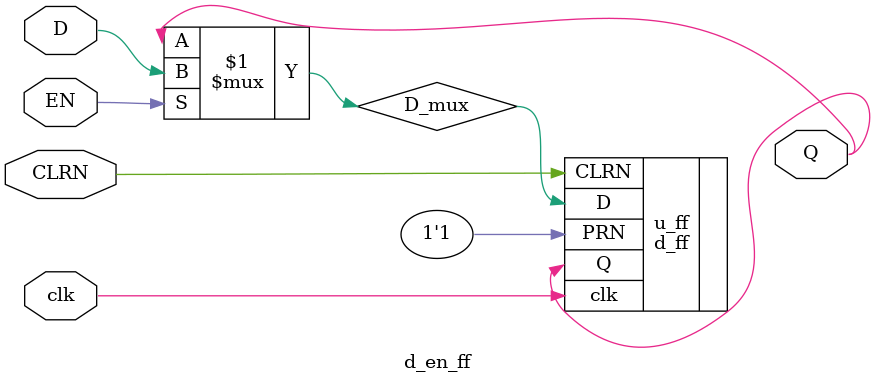
<source format=sv>
module d_en_ff(
  input clk,
  input D,			// D input to be flopped
  input CLRN,		// asynch active low clear (reset)
  input EN,			// enable signal
  output logic Q
);

  ////////////////////////////////////////////////////
  // Declare any needed internal sigals below here //
  //////////////////////////////////////////////////
  logic D_mux;
  
  ///////////////////////////////////////////////////
  // Infer logic needed to feed D input of simple //
  // flop to form an enabled flop (use dataflow) //
  ////////////////////////////////////////////////
  assign D_mux = EN ? D : Q;
  
  //////////////////////////////////////////////
  // Instantiate simple d_ff without enable  //
  // and tie PRN inactive.  Connect D input //    
  // to logic you inferred above.          //
  //////////////////////////////////////////
  d_ff u_ff(
    .clk(clk),
    .D(D_mux),
    .CLRN(CLRN),
    .PRN(1'b1),
    .Q(Q)
  );
  

endmodule

</source>
